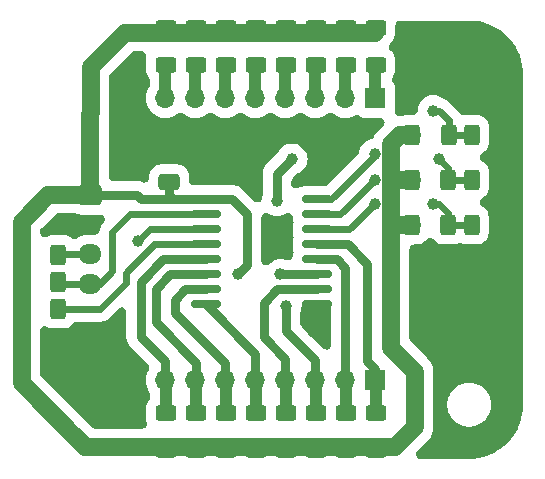
<source format=gbr>
%TF.GenerationSoftware,KiCad,Pcbnew,8.0.5*%
%TF.CreationDate,2025-03-06T11:43:34+02:00*%
%TF.ProjectId,IOExpander_PCF8574,494f4578-7061-46e6-9465-725f50434638,rev?*%
%TF.SameCoordinates,Original*%
%TF.FileFunction,Copper,L2,Bot*%
%TF.FilePolarity,Positive*%
%FSLAX46Y46*%
G04 Gerber Fmt 4.6, Leading zero omitted, Abs format (unit mm)*
G04 Created by KiCad (PCBNEW 8.0.5) date 2025-03-06 11:43:34*
%MOMM*%
%LPD*%
G01*
G04 APERTURE LIST*
G04 Aperture macros list*
%AMRoundRect*
0 Rectangle with rounded corners*
0 $1 Rounding radius*
0 $2 $3 $4 $5 $6 $7 $8 $9 X,Y pos of 4 corners*
0 Add a 4 corners polygon primitive as box body*
4,1,4,$2,$3,$4,$5,$6,$7,$8,$9,$2,$3,0*
0 Add four circle primitives for the rounded corners*
1,1,$1+$1,$2,$3*
1,1,$1+$1,$4,$5*
1,1,$1+$1,$6,$7*
1,1,$1+$1,$8,$9*
0 Add four rect primitives between the rounded corners*
20,1,$1+$1,$2,$3,$4,$5,0*
20,1,$1+$1,$4,$5,$6,$7,0*
20,1,$1+$1,$6,$7,$8,$9,0*
20,1,$1+$1,$8,$9,$2,$3,0*%
G04 Aperture macros list end*
%TA.AperFunction,SMDPad,CuDef*%
%ADD10RoundRect,0.250000X0.625000X-0.400000X0.625000X0.400000X-0.625000X0.400000X-0.625000X-0.400000X0*%
%TD*%
%TA.AperFunction,SMDPad,CuDef*%
%ADD11RoundRect,0.250000X-0.625000X0.400000X-0.625000X-0.400000X0.625000X-0.400000X0.625000X0.400000X0*%
%TD*%
%TA.AperFunction,ComponentPad*%
%ADD12RoundRect,0.250000X-0.725000X0.600000X-0.725000X-0.600000X0.725000X-0.600000X0.725000X0.600000X0*%
%TD*%
%TA.AperFunction,ComponentPad*%
%ADD13O,1.950000X1.700000*%
%TD*%
%TA.AperFunction,SMDPad,CuDef*%
%ADD14RoundRect,0.250000X-0.400000X-0.625000X0.400000X-0.625000X0.400000X0.625000X-0.400000X0.625000X0*%
%TD*%
%TA.AperFunction,ComponentPad*%
%ADD15R,1.700000X1.700000*%
%TD*%
%TA.AperFunction,ComponentPad*%
%ADD16O,1.700000X1.700000*%
%TD*%
%TA.AperFunction,SMDPad,CuDef*%
%ADD17RoundRect,0.250000X-0.650000X0.412500X-0.650000X-0.412500X0.650000X-0.412500X0.650000X0.412500X0*%
%TD*%
%TA.AperFunction,SMDPad,CuDef*%
%ADD18RoundRect,0.150000X1.100000X0.150000X-1.100000X0.150000X-1.100000X-0.150000X1.100000X-0.150000X0*%
%TD*%
%TA.AperFunction,ViaPad*%
%ADD19C,1.500000*%
%TD*%
%TA.AperFunction,ViaPad*%
%ADD20C,1.000000*%
%TD*%
%TA.AperFunction,Conductor*%
%ADD21C,1.500000*%
%TD*%
%TA.AperFunction,Conductor*%
%ADD22C,1.000000*%
%TD*%
%TA.AperFunction,Conductor*%
%ADD23C,0.800000*%
%TD*%
%TA.AperFunction,Conductor*%
%ADD24C,0.600000*%
%TD*%
G04 APERTURE END LIST*
D10*
%TO.P,R32,1*%
%TO.N,5V*%
X91135200Y-71146000D03*
%TO.P,R32,2*%
%TO.N,/P07*%
X91135200Y-68046000D03*
%TD*%
%TO.P,R31,1*%
%TO.N,5V*%
X93675200Y-71146000D03*
%TO.P,R31,2*%
%TO.N,/P06*%
X93675200Y-68046000D03*
%TD*%
%TO.P,R30,1*%
%TO.N,5V*%
X96215200Y-71146000D03*
%TO.P,R30,2*%
%TO.N,/P05*%
X96215200Y-68046000D03*
%TD*%
%TO.P,R29,1*%
%TO.N,5V*%
X98755200Y-71146000D03*
%TO.P,R29,2*%
%TO.N,/P04*%
X98755200Y-68046000D03*
%TD*%
%TO.P,R28,1*%
%TO.N,5V*%
X101295200Y-71146000D03*
%TO.P,R28,2*%
%TO.N,/P03*%
X101295200Y-68046000D03*
%TD*%
%TO.P,R27,1*%
%TO.N,5V*%
X103835200Y-71146000D03*
%TO.P,R27,2*%
%TO.N,/P02*%
X103835200Y-68046000D03*
%TD*%
%TO.P,R26,1*%
%TO.N,5V*%
X106375200Y-71146000D03*
%TO.P,R26,2*%
%TO.N,/P01*%
X106375200Y-68046000D03*
%TD*%
%TO.P,R25,1*%
%TO.N,5V*%
X108915200Y-71146000D03*
%TO.P,R25,2*%
%TO.N,/P00*%
X108915200Y-68046000D03*
%TD*%
D11*
%TO.P,R24,1*%
%TO.N,5V*%
X91135200Y-35432400D03*
%TO.P,R24,2*%
%TO.N,/P17*%
X91135200Y-38532400D03*
%TD*%
%TO.P,R23,1*%
%TO.N,5V*%
X93675200Y-35432400D03*
%TO.P,R23,2*%
%TO.N,/P16*%
X93675200Y-38532400D03*
%TD*%
%TO.P,R22,1*%
%TO.N,5V*%
X96215200Y-35432400D03*
%TO.P,R22,2*%
%TO.N,/P15*%
X96215200Y-38532400D03*
%TD*%
%TO.P,R21,1*%
%TO.N,5V*%
X98755200Y-35432400D03*
%TO.P,R21,2*%
%TO.N,/P14*%
X98755200Y-38532400D03*
%TD*%
%TO.P,R20,1*%
%TO.N,5V*%
X101295200Y-35432400D03*
%TO.P,R20,2*%
%TO.N,/P13*%
X101295200Y-38532400D03*
%TD*%
%TO.P,R19,1*%
%TO.N,5V*%
X103835200Y-35432400D03*
%TO.P,R19,2*%
%TO.N,/P12*%
X103835200Y-38532400D03*
%TD*%
%TO.P,R5,1*%
%TO.N,5V*%
X106375200Y-35432400D03*
%TO.P,R5,2*%
%TO.N,/P11*%
X106375200Y-38532400D03*
%TD*%
%TO.P,R4,1*%
%TO.N,5V*%
X108915200Y-35432400D03*
%TO.P,R4,2*%
%TO.N,/P10*%
X108915200Y-38532400D03*
%TD*%
D12*
%TO.P,J1,1,Pin_1*%
%TO.N,5V*%
X84774000Y-49561200D03*
D13*
%TO.P,J1,2,Pin_2*%
%TO.N,GND*%
X84774000Y-52061200D03*
%TO.P,J1,3,Pin_3*%
%TO.N,/SCL*%
X84774000Y-54561200D03*
%TO.P,J1,4,Pin_4*%
%TO.N,/SDA*%
X84774000Y-57061200D03*
%TD*%
D14*
%TO.P,R1,1*%
%TO.N,5V*%
X78968000Y-54610000D03*
%TO.P,R1,2*%
%TO.N,/SCL*%
X82068000Y-54610000D03*
%TD*%
%TO.P,R7,1*%
%TO.N,5V*%
X111988000Y-48260000D03*
%TO.P,R7,2*%
%TO.N,/1_A1*%
X115088000Y-48260000D03*
%TD*%
%TO.P,R10,1*%
%TO.N,/1_A2*%
X117042000Y-52070000D03*
%TO.P,R10,2*%
%TO.N,GND*%
X120142000Y-52070000D03*
%TD*%
D15*
%TO.P,J2,1,Pin_1*%
%TO.N,/P00*%
X108904000Y-65240000D03*
D16*
%TO.P,J2,2,Pin_2*%
%TO.N,/P01*%
X106364000Y-65240000D03*
%TO.P,J2,3,Pin_3*%
%TO.N,/P02*%
X103824000Y-65240000D03*
%TO.P,J2,4,Pin_4*%
%TO.N,/P03*%
X101284000Y-65240000D03*
%TO.P,J2,5,Pin_5*%
%TO.N,/P04*%
X98744000Y-65240000D03*
%TO.P,J2,6,Pin_6*%
%TO.N,/P05*%
X96204000Y-65240000D03*
%TO.P,J2,7,Pin_7*%
%TO.N,/P06*%
X93664000Y-65240000D03*
%TO.P,J2,8,Pin_8*%
%TO.N,/P07*%
X91124000Y-65240000D03*
%TD*%
D14*
%TO.P,R3,1*%
%TO.N,5V*%
X78968000Y-59182000D03*
%TO.P,R3,2*%
%TO.N,Net-(U1-~{INT})*%
X82068000Y-59182000D03*
%TD*%
%TO.P,R9,1*%
%TO.N,5V*%
X111988000Y-52070000D03*
%TO.P,R9,2*%
%TO.N,/1_A2*%
X115088000Y-52070000D03*
%TD*%
D17*
%TO.P,C1,1*%
%TO.N,GND*%
X91440000Y-45300500D03*
%TO.P,C1,2*%
%TO.N,5V*%
X91440000Y-48425500D03*
%TD*%
D15*
%TO.P,J3,1,Pin_1*%
%TO.N,/P10*%
X108904000Y-41364000D03*
D16*
%TO.P,J3,2,Pin_2*%
%TO.N,/P11*%
X106364000Y-41364000D03*
%TO.P,J3,3,Pin_3*%
%TO.N,/P12*%
X103824000Y-41364000D03*
%TO.P,J3,4,Pin_4*%
%TO.N,/P13*%
X101284000Y-41364000D03*
%TO.P,J3,5,Pin_5*%
%TO.N,/P14*%
X98744000Y-41364000D03*
%TO.P,J3,6,Pin_6*%
%TO.N,/P15*%
X96204000Y-41364000D03*
%TO.P,J3,7,Pin_7*%
%TO.N,/P16*%
X93664000Y-41364000D03*
%TO.P,J3,8,Pin_8*%
%TO.N,/P17*%
X91124000Y-41364000D03*
%TD*%
D14*
%TO.P,R8,1*%
%TO.N,5V*%
X112014000Y-44450000D03*
%TO.P,R8,2*%
%TO.N,/1_A0*%
X115114000Y-44450000D03*
%TD*%
%TO.P,R11,1*%
%TO.N,/1_A1*%
X117068000Y-48260000D03*
%TO.P,R11,2*%
%TO.N,GND*%
X120168000Y-48260000D03*
%TD*%
%TO.P,R2,1*%
%TO.N,5V*%
X78968000Y-56896000D03*
%TO.P,R2,2*%
%TO.N,/SDA*%
X82068000Y-56896000D03*
%TD*%
D18*
%TO.P,U1,1,A0*%
%TO.N,/1_A0*%
X103948100Y-49936400D03*
%TO.P,U1,2,A1*%
%TO.N,/1_A1*%
X103948100Y-51206400D03*
%TO.P,U1,3,A2*%
%TO.N,/1_A2*%
X103948100Y-52476400D03*
%TO.P,U1,4,P0*%
%TO.N,/P00*%
X103948100Y-53746400D03*
%TO.P,U1,5,P1*%
%TO.N,/P01*%
X103948100Y-55016400D03*
%TO.P,U1,6,P2*%
%TO.N,/P02*%
X103948100Y-56286400D03*
%TO.P,U1,7,P3*%
%TO.N,/P03*%
X103948100Y-57556400D03*
%TO.P,U1,8,VSS*%
%TO.N,GND*%
X103948100Y-58826400D03*
%TO.P,U1,9,P4*%
%TO.N,/P04*%
X94550100Y-58826400D03*
%TO.P,U1,10,P5*%
%TO.N,/P05*%
X94550100Y-57556400D03*
%TO.P,U1,11,P6*%
%TO.N,/P06*%
X94550100Y-56286400D03*
%TO.P,U1,12,P7*%
%TO.N,/P07*%
X94550100Y-55016400D03*
%TO.P,U1,13,~{INT}*%
%TO.N,Net-(U1-~{INT})*%
X94550100Y-53746400D03*
%TO.P,U1,14,SCL*%
%TO.N,/SCL*%
X94550100Y-52476400D03*
%TO.P,U1,15,SDA*%
%TO.N,/SDA*%
X94550100Y-51206400D03*
%TO.P,U1,16,VDD*%
%TO.N,5V*%
X94550100Y-49936400D03*
%TD*%
D14*
%TO.P,R12,1*%
%TO.N,/1_A0*%
X117068000Y-44450000D03*
%TO.P,R12,2*%
%TO.N,GND*%
X120168000Y-44450000D03*
%TD*%
D19*
%TO.N,GND*%
X87426800Y-42418000D03*
D20*
%TO.N,/P02*%
X101346000Y-58928000D03*
X100863400Y-56286400D03*
%TO.N,/P12*%
X101854000Y-46482000D03*
X100584000Y-50038000D03*
%TO.N,/SCL*%
X88773000Y-53467000D03*
%TO.N,5V*%
X110236000Y-62230000D03*
X110236000Y-58420000D03*
X110236000Y-54610000D03*
X97282000Y-56261000D03*
%TO.N,/1_A1*%
X108839000Y-48260000D03*
X114300000Y-46482000D03*
%TO.N,/1_A0*%
X108839000Y-46101000D03*
X113792000Y-42418000D03*
%TO.N,/1_A2*%
X113792000Y-50292000D03*
X108839000Y-50292000D03*
D19*
%TO.N,GND*%
X83439000Y-65151000D03*
X98552000Y-45593000D03*
X84582000Y-62738000D03*
X120142000Y-41910000D03*
X85725000Y-65151000D03*
X82296000Y-62738000D03*
X103886000Y-60960000D03*
X100584000Y-53086000D03*
X103886000Y-45720000D03*
%TD*%
D21*
%TO.N,5V*%
X84774000Y-49561200D02*
X81222800Y-49561200D01*
X78970000Y-51814000D02*
X81222800Y-49561200D01*
X78970000Y-65508000D02*
X78970000Y-51814000D01*
X84352000Y-70890000D02*
X78970000Y-65508000D01*
X86918800Y-70890000D02*
X84352000Y-70890000D01*
X86918800Y-70890000D02*
X110593000Y-70890000D01*
D22*
X106375200Y-35763200D02*
X106426000Y-35814000D01*
X106375200Y-35432400D02*
X106375200Y-35763200D01*
D21*
X106426000Y-35814000D02*
X108864400Y-35814000D01*
X87731600Y-35814000D02*
X106426000Y-35814000D01*
D22*
%TO.N,/P17*%
X91124000Y-38543600D02*
X91135200Y-38532400D01*
X91124000Y-41364000D02*
X91124000Y-38543600D01*
%TO.N,/P16*%
X93664000Y-38543600D02*
X93675200Y-38532400D01*
X93664000Y-41364000D02*
X93664000Y-38543600D01*
%TO.N,/P15*%
X96204000Y-38543600D02*
X96215200Y-38532400D01*
X96204000Y-41364000D02*
X96204000Y-38543600D01*
%TO.N,/P14*%
X98744000Y-38543600D02*
X98755200Y-38532400D01*
X98744000Y-41364000D02*
X98744000Y-38543600D01*
%TO.N,/P13*%
X101284000Y-38543600D02*
X101295200Y-38532400D01*
X101284000Y-41364000D02*
X101284000Y-38543600D01*
%TO.N,/P12*%
X103824000Y-38543600D02*
X103835200Y-38532400D01*
X103824000Y-41364000D02*
X103824000Y-38543600D01*
%TO.N,/P11*%
X106364000Y-38543600D02*
X106375200Y-38532400D01*
X106364000Y-41364000D02*
X106364000Y-38543600D01*
%TO.N,/P10*%
X108904000Y-38543600D02*
X108915200Y-38532400D01*
X108904000Y-41364000D02*
X108904000Y-38543600D01*
%TO.N,/P00*%
X108915200Y-66700400D02*
X108915200Y-65251200D01*
X108915200Y-68046000D02*
X108915200Y-66700400D01*
D21*
%TO.N,5V*%
X84785200Y-42655436D02*
X84785200Y-38760400D01*
X84785200Y-38760400D02*
X87731600Y-35814000D01*
X84774000Y-42666636D02*
X84785200Y-42655436D01*
X84774000Y-49561200D02*
X84774000Y-42666636D01*
%TO.N,GND*%
X87426800Y-44145200D02*
X87731600Y-44450000D01*
X87426800Y-42418000D02*
X87426800Y-44145200D01*
X91059000Y-44450000D02*
X87731600Y-44450000D01*
D22*
%TO.N,/P07*%
X91135200Y-65251200D02*
X91124000Y-65240000D01*
X91135200Y-68046000D02*
X91135200Y-65251200D01*
%TO.N,/P06*%
X93675200Y-65251200D02*
X93664000Y-65240000D01*
X93675200Y-68046000D02*
X93675200Y-65251200D01*
%TO.N,/P05*%
X96215200Y-68046000D02*
X96215200Y-65251200D01*
X96215200Y-65251200D02*
X96204000Y-65240000D01*
%TO.N,/P04*%
X98755200Y-65251200D02*
X98744000Y-65240000D01*
X98755200Y-68046000D02*
X98755200Y-65251200D01*
%TO.N,/P03*%
X101295200Y-65251200D02*
X101284000Y-65240000D01*
X101295200Y-68046000D02*
X101295200Y-65251200D01*
%TO.N,/P02*%
X103835200Y-65251200D02*
X103824000Y-65240000D01*
X103835200Y-68046000D02*
X103835200Y-65251200D01*
%TO.N,/P01*%
X106375200Y-65251200D02*
X106364000Y-65240000D01*
X106375200Y-68046000D02*
X106375200Y-65251200D01*
%TO.N,/P00*%
X108915200Y-65251200D02*
X108904000Y-65240000D01*
D21*
%TO.N,5V*%
X110236000Y-62484000D02*
X110236000Y-54610000D01*
X112268000Y-64516000D02*
X110236000Y-62484000D01*
X83439000Y-69977000D02*
X84352000Y-70890000D01*
X110593000Y-70890000D02*
X112268000Y-69215000D01*
X112268000Y-69215000D02*
X112268000Y-64516000D01*
D23*
%TO.N,/P07*%
X91124000Y-65240000D02*
X91059000Y-65175000D01*
X89027000Y-61595000D02*
X89027000Y-56896000D01*
X91059000Y-63627000D02*
X89027000Y-61595000D01*
X90906600Y-55016400D02*
X94550100Y-55016400D01*
X91059000Y-65175000D02*
X91059000Y-63627000D01*
X89027000Y-56896000D02*
X90906600Y-55016400D01*
%TO.N,/P05*%
X94550100Y-57556400D02*
X92811600Y-57556400D01*
X96204000Y-63819000D02*
X96204000Y-65240000D01*
X91948000Y-59563000D02*
X96204000Y-63819000D01*
X92811600Y-57556400D02*
X91948000Y-58420000D01*
X91948000Y-58420000D02*
X91948000Y-59563000D01*
%TO.N,/P02*%
X103824000Y-65240000D02*
X103824000Y-63565000D01*
X103948100Y-56286400D02*
X100863400Y-56286400D01*
X103824000Y-63565000D02*
X101346000Y-61087000D01*
X101346000Y-61087000D02*
X101346000Y-58928000D01*
%TO.N,/P04*%
X98744000Y-63020300D02*
X98744000Y-65240000D01*
X94550100Y-58826400D02*
X98744000Y-63020300D01*
%TO.N,/P06*%
X93664000Y-65240000D02*
X93726000Y-65178000D01*
X90297000Y-60325000D02*
X90297000Y-57531000D01*
X93726000Y-63754000D02*
X90297000Y-60325000D01*
X93726000Y-65178000D02*
X93726000Y-63754000D01*
X90297000Y-57531000D02*
X91541600Y-56286400D01*
X91541600Y-56286400D02*
X94550100Y-56286400D01*
%TO.N,/P00*%
X108204000Y-55397400D02*
X106553000Y-53746400D01*
X108904000Y-65240000D02*
X108904000Y-64327000D01*
X108204000Y-63627000D02*
X108204000Y-55397400D01*
X108904000Y-64327000D02*
X108204000Y-63627000D01*
X106553000Y-53746400D02*
X103948100Y-53746400D01*
%TO.N,/P03*%
X100558600Y-57556400D02*
X103948100Y-57556400D01*
X99441000Y-61595000D02*
X99441000Y-58674000D01*
X101284000Y-63438000D02*
X99441000Y-61595000D01*
X101284000Y-65240000D02*
X101284000Y-63438000D01*
X99441000Y-58674000D02*
X100558600Y-57556400D01*
%TO.N,/P01*%
X106364000Y-65240000D02*
X106364000Y-55716400D01*
X103948100Y-55016400D02*
X105664000Y-55016400D01*
X106364000Y-55716400D02*
X105664000Y-55016400D01*
%TO.N,/P12*%
X100584000Y-47752000D02*
X101854000Y-46482000D01*
X100584000Y-50038000D02*
X100584000Y-47752000D01*
D24*
%TO.N,/SCL*%
X81993200Y-54789200D02*
X82068000Y-54864000D01*
X92456000Y-52451000D02*
X92837000Y-52451000D01*
X88773000Y-53467000D02*
X89408000Y-52832000D01*
X84774000Y-54561200D02*
X85295200Y-54561200D01*
X89789000Y-52451000D02*
X92456000Y-52451000D01*
X82116800Y-54561200D02*
X82068000Y-54610000D01*
X89408000Y-52832000D02*
X89789000Y-52451000D01*
X84774000Y-54561200D02*
X82116800Y-54561200D01*
X92481400Y-52476400D02*
X94550100Y-52476400D01*
X92456000Y-52451000D02*
X92481400Y-52476400D01*
D23*
%TO.N,5V*%
X89027000Y-49911000D02*
X88677200Y-49561200D01*
D21*
X111988000Y-48260000D02*
X110236000Y-48260000D01*
X111988000Y-52070000D02*
X110236000Y-52070000D01*
D23*
X91440000Y-49911000D02*
X89027000Y-49911000D01*
X88677200Y-49561200D02*
X84774000Y-49561200D01*
D22*
X81222800Y-49561200D02*
X78968000Y-51816000D01*
D21*
X110998000Y-44450000D02*
X110236000Y-45212000D01*
D23*
X98044000Y-55499000D02*
X98044000Y-51181000D01*
X96799400Y-49936400D02*
X94550100Y-49936400D01*
X91440000Y-48425500D02*
X91440000Y-49530000D01*
D22*
X78968000Y-56896000D02*
X78968000Y-59182000D01*
D23*
X97282000Y-56261000D02*
X98044000Y-55499000D01*
X93599000Y-49911000D02*
X93218000Y-49911000D01*
D22*
X78968000Y-51816000D02*
X78968000Y-54610000D01*
D23*
X91440000Y-49530000D02*
X91821000Y-49911000D01*
D21*
X78968000Y-59182000D02*
X78968000Y-63728000D01*
D23*
X96187000Y-49911000D02*
X93599000Y-49911000D01*
D21*
X112014000Y-44450000D02*
X110998000Y-44450000D01*
X110236000Y-45212000D02*
X110236000Y-48260000D01*
X110236000Y-52070000D02*
X110236000Y-48260000D01*
D23*
X98044000Y-51181000D02*
X96799400Y-49936400D01*
D22*
X78968000Y-54610000D02*
X78968000Y-56896000D01*
D23*
X93218000Y-49911000D02*
X91821000Y-49911000D01*
X91821000Y-49911000D02*
X91440000Y-49911000D01*
D21*
X110236000Y-54610000D02*
X110236000Y-52070000D01*
D24*
%TO.N,/SDA*%
X88112600Y-51206400D02*
X94550100Y-51206400D01*
X82233200Y-57061200D02*
X82068000Y-56896000D01*
X86614000Y-56007000D02*
X86614000Y-52705000D01*
X86614000Y-52705000D02*
X88112600Y-51206400D01*
X84774000Y-57061200D02*
X85559800Y-57061200D01*
X84774000Y-57061200D02*
X82233200Y-57061200D01*
X85559800Y-57061200D02*
X86614000Y-56007000D01*
%TO.N,Net-(U1-~{INT})*%
X87757000Y-57023000D02*
X87757000Y-56159400D01*
X82068000Y-59182000D02*
X85598000Y-59182000D01*
X90170000Y-53746400D02*
X94550100Y-53746400D01*
X87757000Y-56159400D02*
X90170000Y-53746400D01*
X85598000Y-59182000D02*
X87757000Y-57023000D01*
%TO.N,/1_A1*%
X115088000Y-48260000D02*
X115088000Y-47270000D01*
X117068000Y-48260000D02*
X115088000Y-48260000D01*
X103948100Y-51206400D02*
X105892600Y-51206400D01*
X105892600Y-51206400D02*
X108839000Y-48260000D01*
X115088000Y-47270000D02*
X114300000Y-46482000D01*
%TO.N,/1_A0*%
X103948100Y-49936400D02*
X105003600Y-49936400D01*
X115114000Y-43232000D02*
X114300000Y-42418000D01*
X105003600Y-49936400D02*
X105029000Y-49911000D01*
X114300000Y-42418000D02*
X113792000Y-42418000D01*
X108839000Y-46228000D02*
X108839000Y-46101000D01*
X115114000Y-44450000D02*
X115114000Y-43232000D01*
X103948100Y-49936400D02*
X105130600Y-49936400D01*
X117068000Y-44450000D02*
X115114000Y-44450000D01*
X105130600Y-49936400D02*
X108839000Y-46228000D01*
%TO.N,/1_A2*%
X103948100Y-52476400D02*
X106654600Y-52476400D01*
X114300000Y-50292000D02*
X113792000Y-50292000D01*
X115088000Y-51080000D02*
X114300000Y-50292000D01*
X117042000Y-52070000D02*
X115088000Y-52070000D01*
X106654600Y-52476400D02*
X108839000Y-50292000D01*
X115088000Y-52070000D02*
X115088000Y-51080000D01*
D21*
%TO.N,GND*%
X120142000Y-41910000D02*
X120142000Y-45440000D01*
D23*
X103886000Y-58888500D02*
X103948100Y-58826400D01*
X93599000Y-44704000D02*
X93345000Y-44450000D01*
X103886000Y-60960000D02*
X103886000Y-58888500D01*
X91440000Y-44831000D02*
X91059000Y-44450000D01*
X91440000Y-45300500D02*
X91440000Y-44831000D01*
D21*
X103886000Y-45720000D02*
X102616000Y-44450000D01*
X102362000Y-44450000D02*
X101092000Y-44450000D01*
X120168000Y-52044000D02*
X120142000Y-52070000D01*
X120168000Y-44450000D02*
X120168000Y-45466000D01*
D22*
X98552000Y-45593000D02*
X98552000Y-44450000D01*
D21*
X120168000Y-48260000D02*
X120168000Y-52044000D01*
X101092000Y-44450000D02*
X98552000Y-44450000D01*
X98552000Y-44450000D02*
X93345000Y-44450000D01*
D22*
X102362000Y-44450000D02*
X102616000Y-44450000D01*
D21*
X120142000Y-45440000D02*
X120168000Y-45466000D01*
X120168000Y-45466000D02*
X120168000Y-48260000D01*
X102616000Y-44450000D02*
X101092000Y-44450000D01*
X93345000Y-44450000D02*
X91059000Y-44450000D01*
%TD*%
%TA.AperFunction,Conductor*%
%TO.N,GND*%
G36*
X116848703Y-34790879D02*
G01*
X117221733Y-34807166D01*
X117256399Y-34810199D01*
X117617950Y-34857799D01*
X117652222Y-34863841D01*
X118008257Y-34942773D01*
X118041867Y-34951778D01*
X118389681Y-35061444D01*
X118422366Y-35073340D01*
X118759300Y-35212902D01*
X118790808Y-35227594D01*
X119114313Y-35396001D01*
X119144432Y-35413390D01*
X119452001Y-35609333D01*
X119480513Y-35629298D01*
X119769821Y-35851291D01*
X119796486Y-35873665D01*
X120065351Y-36120034D01*
X120089965Y-36144648D01*
X120336334Y-36413513D01*
X120358708Y-36440178D01*
X120580701Y-36729486D01*
X120600666Y-36757998D01*
X120796601Y-37065554D01*
X120814002Y-37095693D01*
X120982400Y-37419182D01*
X120997101Y-37450709D01*
X121112142Y-37728444D01*
X121136654Y-37787621D01*
X121148559Y-37820329D01*
X121258218Y-38168123D01*
X121267227Y-38201746D01*
X121346157Y-38557776D01*
X121352201Y-38592055D01*
X121399799Y-38953595D01*
X121402833Y-38988270D01*
X121419120Y-39361295D01*
X121419500Y-39378700D01*
X121419500Y-67301299D01*
X121419120Y-67318704D01*
X121402833Y-67691729D01*
X121399799Y-67726404D01*
X121352201Y-68087944D01*
X121346157Y-68122223D01*
X121267227Y-68478253D01*
X121258218Y-68511876D01*
X121148559Y-68859670D01*
X121136654Y-68892378D01*
X120997104Y-69229284D01*
X120982396Y-69260826D01*
X120941441Y-69339500D01*
X120814005Y-69584301D01*
X120796601Y-69614445D01*
X120600666Y-69922001D01*
X120580701Y-69950513D01*
X120358708Y-70239821D01*
X120336334Y-70266486D01*
X120089965Y-70535351D01*
X120065351Y-70559965D01*
X119796486Y-70806334D01*
X119769821Y-70828708D01*
X119480513Y-71050701D01*
X119452001Y-71070666D01*
X119144445Y-71266601D01*
X119114301Y-71284005D01*
X119098770Y-71292090D01*
X118790826Y-71452396D01*
X118759284Y-71467104D01*
X118422378Y-71606654D01*
X118389670Y-71618559D01*
X118041876Y-71728218D01*
X118008253Y-71737227D01*
X117652223Y-71816157D01*
X117617944Y-71822201D01*
X117256404Y-71869799D01*
X117221729Y-71872833D01*
X116877125Y-71887879D01*
X116848702Y-71889120D01*
X116831300Y-71889500D01*
X112749510Y-71889500D01*
X112626212Y-71869972D01*
X112514984Y-71813298D01*
X112426712Y-71725026D01*
X112370038Y-71613798D01*
X112350510Y-71490500D01*
X112370038Y-71367202D01*
X112426712Y-71255974D01*
X112467374Y-71208365D01*
X113140387Y-70535351D01*
X113450655Y-70225083D01*
X113594106Y-70027639D01*
X113704904Y-69810185D01*
X113780321Y-69578076D01*
X113818500Y-69337027D01*
X113818500Y-69092973D01*
X113818500Y-67188712D01*
X114989500Y-67188712D01*
X114989500Y-67431288D01*
X114990656Y-67440066D01*
X115021161Y-67671789D01*
X115021162Y-67671791D01*
X115083943Y-67906093D01*
X115083946Y-67906100D01*
X115176776Y-68130212D01*
X115176777Y-68130215D01*
X115176779Y-68130218D01*
X115298064Y-68340290D01*
X115429727Y-68511876D01*
X115445735Y-68532738D01*
X115617262Y-68704265D01*
X115617266Y-68704268D01*
X115617267Y-68704269D01*
X115809709Y-68851935D01*
X115976681Y-68948336D01*
X116019788Y-68973224D01*
X116243900Y-69066054D01*
X116243903Y-69066054D01*
X116243906Y-69066056D01*
X116344362Y-69092973D01*
X116478208Y-69128837D01*
X116478210Y-69128838D01*
X116518294Y-69134115D01*
X116718712Y-69160500D01*
X116718717Y-69160500D01*
X116961283Y-69160500D01*
X116961288Y-69160500D01*
X117201789Y-69128838D01*
X117386583Y-69079321D01*
X117436093Y-69066056D01*
X117436093Y-69066055D01*
X117436100Y-69066054D01*
X117660212Y-68973224D01*
X117870289Y-68851936D01*
X118062738Y-68704265D01*
X118234265Y-68532738D01*
X118381936Y-68340289D01*
X118503224Y-68130212D01*
X118596054Y-67906100D01*
X118658838Y-67671789D01*
X118690500Y-67431288D01*
X118690500Y-67188712D01*
X118658838Y-66948211D01*
X118617442Y-66793719D01*
X118596056Y-66713906D01*
X118578044Y-66670421D01*
X118503224Y-66489788D01*
X118381936Y-66279711D01*
X118381935Y-66279709D01*
X118234269Y-66087267D01*
X118234268Y-66087266D01*
X118234265Y-66087262D01*
X118062738Y-65915735D01*
X118062733Y-65915731D01*
X118062732Y-65915730D01*
X117870290Y-65768064D01*
X117660218Y-65646779D01*
X117660215Y-65646777D01*
X117660212Y-65646776D01*
X117436100Y-65553946D01*
X117436093Y-65553943D01*
X117201791Y-65491162D01*
X117201789Y-65491161D01*
X117056753Y-65472067D01*
X116961288Y-65459500D01*
X116718712Y-65459500D01*
X116630268Y-65471143D01*
X116478210Y-65491161D01*
X116478208Y-65491162D01*
X116243906Y-65553943D01*
X116019781Y-65646779D01*
X115809709Y-65768064D01*
X115617267Y-65915730D01*
X115445730Y-66087267D01*
X115298064Y-66279709D01*
X115176779Y-66489781D01*
X115083943Y-66713906D01*
X115021162Y-66948208D01*
X115021161Y-66948210D01*
X115001143Y-67100268D01*
X114989500Y-67188712D01*
X113818500Y-67188712D01*
X113818500Y-64393973D01*
X113780321Y-64152924D01*
X113704904Y-63920815D01*
X113594106Y-63703361D01*
X113594104Y-63703358D01*
X113594103Y-63703356D01*
X113450664Y-63505928D01*
X113450654Y-63505916D01*
X113278083Y-63333344D01*
X113278083Y-63333345D01*
X111903364Y-61958626D01*
X111829988Y-61857632D01*
X111791412Y-61738907D01*
X111786500Y-61676490D01*
X111786500Y-54144500D01*
X111806028Y-54021202D01*
X111862702Y-53909974D01*
X111950974Y-53821702D01*
X112062202Y-53765028D01*
X112185500Y-53745500D01*
X112439603Y-53745500D01*
X112439608Y-53745500D01*
X112593934Y-53730300D01*
X112791954Y-53670232D01*
X112974450Y-53572685D01*
X113134410Y-53441410D01*
X113229568Y-53325459D01*
X113322882Y-53242536D01*
X113437254Y-53192508D01*
X113561487Y-53180272D01*
X113683422Y-53207025D01*
X113791121Y-53270148D01*
X113846432Y-53325459D01*
X113941582Y-53441401D01*
X113941585Y-53441404D01*
X113941590Y-53441410D01*
X114101550Y-53572685D01*
X114284046Y-53670232D01*
X114482066Y-53730300D01*
X114636392Y-53745500D01*
X114636397Y-53745500D01*
X115539603Y-53745500D01*
X115539608Y-53745500D01*
X115693934Y-53730300D01*
X115891954Y-53670232D01*
X115891960Y-53670229D01*
X115910063Y-53662731D01*
X115911528Y-53666268D01*
X115994854Y-53637372D01*
X116119665Y-53634920D01*
X116218978Y-53665045D01*
X116219937Y-53662731D01*
X116238039Y-53670229D01*
X116238042Y-53670229D01*
X116238046Y-53670232D01*
X116436066Y-53730300D01*
X116590392Y-53745500D01*
X116590397Y-53745500D01*
X117493603Y-53745500D01*
X117493608Y-53745500D01*
X117647934Y-53730300D01*
X117845954Y-53670232D01*
X118028450Y-53572685D01*
X118188410Y-53441410D01*
X118319685Y-53281450D01*
X118417232Y-53098954D01*
X118477300Y-52900934D01*
X118492500Y-52746608D01*
X118492500Y-51393392D01*
X118477300Y-51239066D01*
X118417232Y-51041046D01*
X118319685Y-50858550D01*
X118188410Y-50698590D01*
X118028450Y-50567315D01*
X117947101Y-50523833D01*
X117847570Y-50448489D01*
X117776192Y-50346074D01*
X117739955Y-50226614D01*
X117742406Y-50101804D01*
X117783306Y-49983859D01*
X117858651Y-49884326D01*
X117947100Y-49820065D01*
X118054450Y-49762685D01*
X118214410Y-49631410D01*
X118345685Y-49471450D01*
X118443232Y-49288954D01*
X118503300Y-49090934D01*
X118518500Y-48936608D01*
X118518500Y-47583392D01*
X118503300Y-47429066D01*
X118443232Y-47231046D01*
X118345685Y-47048550D01*
X118214410Y-46888590D01*
X118054450Y-46757315D01*
X118054449Y-46757314D01*
X118022181Y-46740067D01*
X117960100Y-46706883D01*
X117860572Y-46631542D01*
X117789193Y-46529127D01*
X117752955Y-46409668D01*
X117755406Y-46284858D01*
X117796305Y-46166913D01*
X117871650Y-46067380D01*
X117960100Y-46003116D01*
X118054450Y-45952685D01*
X118214410Y-45821410D01*
X118345685Y-45661450D01*
X118443232Y-45478954D01*
X118503300Y-45280934D01*
X118518500Y-45126608D01*
X118518500Y-43773392D01*
X118503300Y-43619066D01*
X118443232Y-43421046D01*
X118345685Y-43238550D01*
X118214410Y-43078590D01*
X118054450Y-42947315D01*
X118054446Y-42947313D01*
X118054445Y-42947312D01*
X117964995Y-42899500D01*
X117871954Y-42849768D01*
X117673934Y-42789700D01*
X117519608Y-42774500D01*
X116616392Y-42774500D01*
X116462066Y-42789700D01*
X116462064Y-42789700D01*
X116462058Y-42789701D01*
X116442842Y-42793524D01*
X116442035Y-42789470D01*
X116356154Y-42801201D01*
X116233301Y-42779047D01*
X116123307Y-42720013D01*
X116041869Y-42636819D01*
X115953414Y-42515072D01*
X115016927Y-41578585D01*
X114876789Y-41476768D01*
X114722445Y-41398127D01*
X114722443Y-41398126D01*
X114555961Y-41344032D01*
X114459842Y-41296109D01*
X114459823Y-41296144D01*
X114459259Y-41295818D01*
X114450411Y-41291407D01*
X114444737Y-41287434D01*
X114444735Y-41287433D01*
X114444736Y-41287433D01*
X114444734Y-41287432D01*
X114238496Y-41191261D01*
X114238494Y-41191260D01*
X114018696Y-41132366D01*
X114018694Y-41132365D01*
X114018692Y-41132365D01*
X113792000Y-41112532D01*
X113565308Y-41132365D01*
X113565303Y-41132366D01*
X113345503Y-41191260D01*
X113139268Y-41287430D01*
X113139263Y-41287433D01*
X112952865Y-41417949D01*
X112791949Y-41578865D01*
X112661433Y-41765263D01*
X112661430Y-41765268D01*
X112565260Y-41971503D01*
X112506366Y-42191303D01*
X112506365Y-42191308D01*
X112488756Y-42392586D01*
X112487208Y-42410276D01*
X112457007Y-42531403D01*
X112390854Y-42637268D01*
X112295225Y-42717510D01*
X112179481Y-42764274D01*
X112089726Y-42774500D01*
X111562392Y-42774500D01*
X111408065Y-42789700D01*
X111317561Y-42817154D01*
X111215298Y-42848175D01*
X111210043Y-42849769D01*
X111205146Y-42852387D01*
X111196407Y-42855417D01*
X111191937Y-42857269D01*
X111191827Y-42857005D01*
X111087201Y-42893287D01*
X111017060Y-42899500D01*
X110924151Y-42899500D01*
X110800853Y-42879972D01*
X110689625Y-42823298D01*
X110601353Y-42735026D01*
X110544679Y-42623798D01*
X110525151Y-42500500D01*
X110535154Y-42411717D01*
X110539364Y-42393265D01*
X110539368Y-42393255D01*
X110554500Y-42258954D01*
X110554500Y-40469046D01*
X110539368Y-40334745D01*
X110479789Y-40164478D01*
X110383816Y-40011738D01*
X110383814Y-40011736D01*
X110376054Y-39999386D01*
X110326991Y-39884597D01*
X110315801Y-39760265D01*
X110343579Y-39638560D01*
X110405470Y-39533978D01*
X110417879Y-39518857D01*
X110417885Y-39518850D01*
X110515432Y-39336354D01*
X110575500Y-39138334D01*
X110590700Y-38984008D01*
X110590700Y-38080792D01*
X110575500Y-37926466D01*
X110515432Y-37728446D01*
X110417885Y-37545950D01*
X110286610Y-37385990D01*
X110260424Y-37364500D01*
X110171560Y-37291571D01*
X110088638Y-37198256D01*
X110038611Y-37083884D01*
X110026375Y-36959651D01*
X110053128Y-36837716D01*
X110101876Y-36748626D01*
X110104549Y-36744947D01*
X110174227Y-36671038D01*
X110286610Y-36578810D01*
X110417885Y-36418850D01*
X110515432Y-36236354D01*
X110575500Y-36038334D01*
X110590700Y-35884008D01*
X110590700Y-35189500D01*
X110610228Y-35066202D01*
X110666902Y-34954974D01*
X110755174Y-34866702D01*
X110866402Y-34810028D01*
X110989700Y-34790500D01*
X116774108Y-34790500D01*
X116831300Y-34790500D01*
X116848703Y-34790879D01*
G37*
%TD.AperFunction*%
%TA.AperFunction,Conductor*%
G36*
X87608642Y-59117602D02*
G01*
X87709636Y-59190978D01*
X87783012Y-59291972D01*
X87821588Y-59410697D01*
X87826500Y-59473114D01*
X87826500Y-61500519D01*
X87826500Y-61689481D01*
X87850619Y-61841762D01*
X87856061Y-61876123D01*
X87914452Y-62055830D01*
X88000241Y-62224201D01*
X88103818Y-62366762D01*
X88111310Y-62377074D01*
X88954666Y-63220430D01*
X89644434Y-63910198D01*
X89717810Y-64011192D01*
X89756386Y-64129917D01*
X89756386Y-64254751D01*
X89717810Y-64373476D01*
X89702504Y-64400807D01*
X89648846Y-64488370D01*
X89549426Y-64728390D01*
X89488778Y-64981008D01*
X89468396Y-65239999D01*
X89468396Y-65240000D01*
X89488778Y-65498991D01*
X89549426Y-65751609D01*
X89648845Y-65991627D01*
X89648846Y-65991628D01*
X89775905Y-66198972D01*
X89823675Y-66314297D01*
X89834700Y-66407443D01*
X89834700Y-66670421D01*
X89815172Y-66793719D01*
X89758498Y-66904947D01*
X89744132Y-66923543D01*
X89632518Y-67059545D01*
X89632512Y-67059554D01*
X89534969Y-67242044D01*
X89477563Y-67431288D01*
X89474900Y-67440066D01*
X89459700Y-67594392D01*
X89459700Y-68497608D01*
X89474900Y-68651934D01*
X89527059Y-68823881D01*
X89527301Y-68824679D01*
X89544404Y-68948336D01*
X89522458Y-69071227D01*
X89463611Y-69181321D01*
X89373623Y-69267841D01*
X89261302Y-69322320D01*
X89145481Y-69339500D01*
X85159510Y-69339500D01*
X85036212Y-69319972D01*
X84924984Y-69263298D01*
X84877374Y-69222636D01*
X80637364Y-64982626D01*
X80563988Y-64881632D01*
X80525412Y-64762907D01*
X80520500Y-64700490D01*
X80520500Y-61050488D01*
X80540028Y-60927190D01*
X80596702Y-60815962D01*
X80684974Y-60727690D01*
X80796202Y-60671016D01*
X80919500Y-60651488D01*
X81042798Y-60671016D01*
X81107586Y-60698601D01*
X81264046Y-60782232D01*
X81462066Y-60842300D01*
X81616392Y-60857500D01*
X81616397Y-60857500D01*
X82519603Y-60857500D01*
X82519608Y-60857500D01*
X82673934Y-60842300D01*
X82871954Y-60782232D01*
X83054450Y-60684685D01*
X83214410Y-60553410D01*
X83317021Y-60428376D01*
X83410335Y-60345456D01*
X83524706Y-60295428D01*
X83625452Y-60282500D01*
X85684608Y-60282500D01*
X85684611Y-60282500D01*
X85855701Y-60255402D01*
X86020445Y-60201873D01*
X86174788Y-60123232D01*
X86314928Y-60021414D01*
X87145364Y-59190978D01*
X87246358Y-59117602D01*
X87365083Y-59079026D01*
X87489917Y-59079026D01*
X87608642Y-59117602D01*
G37*
%TD.AperFunction*%
%TA.AperFunction,Conductor*%
G36*
X104887798Y-58676428D02*
G01*
X104999026Y-58733102D01*
X105087298Y-58821374D01*
X105143972Y-58932602D01*
X105163500Y-59055900D01*
X105163500Y-62243464D01*
X105143972Y-62366762D01*
X105087298Y-62477990D01*
X104999026Y-62566262D01*
X104887798Y-62622936D01*
X104764500Y-62642464D01*
X104641202Y-62622936D01*
X104529974Y-62566262D01*
X104482364Y-62525600D01*
X102663364Y-60706600D01*
X102589988Y-60605606D01*
X102551412Y-60486881D01*
X102546500Y-60424464D01*
X102546500Y-59516942D01*
X102566028Y-59393644D01*
X102570564Y-59380472D01*
X102572739Y-59374495D01*
X102631635Y-59154692D01*
X102634572Y-59121120D01*
X102664772Y-58999998D01*
X102730924Y-58894133D01*
X102826553Y-58813890D01*
X102942297Y-58767126D01*
X103032053Y-58756900D01*
X104042578Y-58756900D01*
X104042581Y-58756900D01*
X104229218Y-58727340D01*
X104385905Y-58676429D01*
X104509202Y-58656900D01*
X104764500Y-58656900D01*
X104887798Y-58676428D01*
G37*
%TD.AperFunction*%
%TA.AperFunction,Conductor*%
G36*
X99766798Y-51074689D02*
G01*
X99872355Y-51127318D01*
X99931266Y-51168568D01*
X99931267Y-51168568D01*
X99931268Y-51168569D01*
X100137503Y-51264739D01*
X100200953Y-51281740D01*
X100357308Y-51323635D01*
X100584000Y-51343468D01*
X100810692Y-51323635D01*
X101030496Y-51264739D01*
X101236734Y-51168568D01*
X101273349Y-51142929D01*
X101385545Y-51088208D01*
X101509165Y-51070834D01*
X101632103Y-51092511D01*
X101742326Y-51151116D01*
X101829044Y-51240915D01*
X101883768Y-51353115D01*
X101899635Y-51434439D01*
X101907681Y-51524939D01*
X101907684Y-51524956D01*
X101966429Y-51730261D01*
X101962527Y-51731377D01*
X101981518Y-51815296D01*
X101970098Y-51939607D01*
X101965941Y-51952399D01*
X101966429Y-51952539D01*
X101907684Y-52157843D01*
X101907681Y-52157860D01*
X101897600Y-52271250D01*
X101897600Y-52681549D01*
X101907681Y-52794939D01*
X101907684Y-52794956D01*
X101966429Y-53000261D01*
X101962527Y-53001377D01*
X101981518Y-53085296D01*
X101970098Y-53209607D01*
X101965941Y-53222399D01*
X101966429Y-53222539D01*
X101907684Y-53427843D01*
X101907681Y-53427860D01*
X101897600Y-53541250D01*
X101897600Y-53951549D01*
X101907681Y-54064939D01*
X101907684Y-54064956D01*
X101966429Y-54270261D01*
X101962527Y-54271377D01*
X101981518Y-54355296D01*
X101970098Y-54479607D01*
X101965941Y-54492399D01*
X101966429Y-54492539D01*
X101907684Y-54697843D01*
X101907681Y-54697859D01*
X101905514Y-54722235D01*
X101875143Y-54843319D01*
X101808842Y-54949092D01*
X101713100Y-55029199D01*
X101597289Y-55075800D01*
X101508082Y-55085900D01*
X101452342Y-55085900D01*
X101329044Y-55066372D01*
X101315872Y-55061836D01*
X101309895Y-55059660D01*
X101090096Y-55000766D01*
X101090094Y-55000765D01*
X101090092Y-55000765D01*
X100863400Y-54980932D01*
X100636708Y-55000765D01*
X100636703Y-55000766D01*
X100416903Y-55059660D01*
X100210668Y-55155830D01*
X100210663Y-55155833D01*
X100024265Y-55286349D01*
X100024262Y-55286352D01*
X100024261Y-55286353D01*
X99925632Y-55384981D01*
X99824642Y-55458355D01*
X99705917Y-55496931D01*
X99581083Y-55496931D01*
X99462358Y-55458355D01*
X99361364Y-55384979D01*
X99287988Y-55283985D01*
X99249412Y-55165260D01*
X99244500Y-55102843D01*
X99244500Y-51454161D01*
X99264028Y-51330863D01*
X99320702Y-51219635D01*
X99408974Y-51131363D01*
X99520202Y-51074689D01*
X99643500Y-51055161D01*
X99766798Y-51074689D01*
G37*
%TD.AperFunction*%
%TA.AperFunction,Conductor*%
G36*
X83626282Y-51130754D02*
G01*
X83626287Y-51130741D01*
X83626387Y-51130771D01*
X83629270Y-51131228D01*
X83635641Y-51133578D01*
X83645041Y-51136429D01*
X83645046Y-51136432D01*
X83843066Y-51196500D01*
X83997392Y-51211700D01*
X83997397Y-51211700D01*
X85550603Y-51211700D01*
X85550608Y-51211700D01*
X85550612Y-51211699D01*
X85560397Y-51211219D01*
X85560450Y-51212304D01*
X85675063Y-51219051D01*
X85791316Y-51264538D01*
X85887823Y-51343722D01*
X85955137Y-51448853D01*
X85986670Y-51569639D01*
X85979334Y-51694258D01*
X85933847Y-51810511D01*
X85871732Y-51890924D01*
X85774588Y-51988068D01*
X85672768Y-52128210D01*
X85594127Y-52282554D01*
X85594124Y-52282563D01*
X85540598Y-52447296D01*
X85540597Y-52447298D01*
X85518893Y-52584335D01*
X85480317Y-52703059D01*
X85406941Y-52804053D01*
X85305947Y-52877428D01*
X85187222Y-52916004D01*
X85062397Y-52916005D01*
X85028899Y-52910700D01*
X85028897Y-52910700D01*
X84519103Y-52910700D01*
X84368833Y-52934500D01*
X84262505Y-52951340D01*
X84015427Y-53031621D01*
X84015424Y-53031622D01*
X83783950Y-53149565D01*
X83673688Y-53229675D01*
X83562460Y-53286348D01*
X83439162Y-53305876D01*
X83315864Y-53286347D01*
X83204636Y-53229673D01*
X83186041Y-53215308D01*
X83054454Y-53107318D01*
X83054445Y-53107312D01*
X82979087Y-53067032D01*
X82871954Y-53009768D01*
X82673934Y-52949700D01*
X82519608Y-52934500D01*
X81616392Y-52934500D01*
X81462065Y-52949700D01*
X81264043Y-53009769D01*
X81107588Y-53093397D01*
X80989643Y-53134297D01*
X80864833Y-53136748D01*
X80745373Y-53100511D01*
X80642959Y-53029132D01*
X80567614Y-52929599D01*
X80526714Y-52811654D01*
X80520500Y-52741511D01*
X80520500Y-52621510D01*
X80540028Y-52498212D01*
X80596702Y-52386984D01*
X80637364Y-52339374D01*
X81748174Y-51228564D01*
X81849168Y-51155188D01*
X81967893Y-51116612D01*
X82030310Y-51111700D01*
X83505972Y-51111700D01*
X83626282Y-51130754D01*
G37*
%TD.AperFunction*%
%TA.AperFunction,Conductor*%
G36*
X89230680Y-37384028D02*
G01*
X89341908Y-37440702D01*
X89430180Y-37528974D01*
X89486854Y-37640202D01*
X89506382Y-37763500D01*
X89489201Y-37879318D01*
X89481068Y-37906129D01*
X89474900Y-37926464D01*
X89459700Y-38080792D01*
X89459700Y-38984008D01*
X89474900Y-39138334D01*
X89534968Y-39336354D01*
X89632515Y-39518850D01*
X89732935Y-39641212D01*
X89796054Y-39748906D01*
X89822808Y-39870840D01*
X89823500Y-39894330D01*
X89823500Y-40214832D01*
X89803972Y-40338130D01*
X89764706Y-40423304D01*
X89691435Y-40542871D01*
X89648845Y-40612373D01*
X89549426Y-40852390D01*
X89488778Y-41105008D01*
X89468396Y-41363999D01*
X89468396Y-41364000D01*
X89488778Y-41622991D01*
X89549426Y-41875609D01*
X89648846Y-42115629D01*
X89784582Y-42337132D01*
X89784588Y-42337140D01*
X89953308Y-42534686D01*
X89953313Y-42534691D01*
X90014104Y-42586611D01*
X90150856Y-42703409D01*
X90150859Y-42703411D01*
X90150867Y-42703417D01*
X90336471Y-42817154D01*
X90372372Y-42839154D01*
X90612390Y-42938573D01*
X90865006Y-42999221D01*
X91037668Y-43012809D01*
X91123999Y-43019604D01*
X91124000Y-43019604D01*
X91124001Y-43019604D01*
X91206693Y-43013096D01*
X91382994Y-42999221D01*
X91635610Y-42938573D01*
X91875628Y-42839154D01*
X92052531Y-42730747D01*
X92097132Y-42703417D01*
X92097132Y-42703416D01*
X92097140Y-42703412D01*
X92134871Y-42671186D01*
X92241305Y-42605962D01*
X92362690Y-42576818D01*
X92487140Y-42586611D01*
X92602473Y-42634382D01*
X92653124Y-42671182D01*
X92690860Y-42703412D01*
X92690863Y-42703413D01*
X92690867Y-42703417D01*
X92876471Y-42817154D01*
X92912372Y-42839154D01*
X93152390Y-42938573D01*
X93405006Y-42999221D01*
X93577668Y-43012809D01*
X93663999Y-43019604D01*
X93664000Y-43019604D01*
X93664001Y-43019604D01*
X93746693Y-43013096D01*
X93922994Y-42999221D01*
X94175610Y-42938573D01*
X94415628Y-42839154D01*
X94592531Y-42730747D01*
X94637132Y-42703417D01*
X94637132Y-42703416D01*
X94637140Y-42703412D01*
X94674871Y-42671186D01*
X94781305Y-42605962D01*
X94902690Y-42576818D01*
X95027140Y-42586611D01*
X95142473Y-42634382D01*
X95193124Y-42671182D01*
X95230860Y-42703412D01*
X95230863Y-42703413D01*
X95230867Y-42703417D01*
X95416471Y-42817154D01*
X95452372Y-42839154D01*
X95692390Y-42938573D01*
X95945006Y-42999221D01*
X96117668Y-43012809D01*
X96203999Y-43019604D01*
X96204000Y-43019604D01*
X96204001Y-43019604D01*
X96286693Y-43013096D01*
X96462994Y-42999221D01*
X96715610Y-42938573D01*
X96955628Y-42839154D01*
X97132531Y-42730747D01*
X97177132Y-42703417D01*
X97177132Y-42703416D01*
X97177140Y-42703412D01*
X97214871Y-42671186D01*
X97321305Y-42605962D01*
X97442690Y-42576818D01*
X97567140Y-42586611D01*
X97682473Y-42634382D01*
X97733124Y-42671182D01*
X97770860Y-42703412D01*
X97770863Y-42703413D01*
X97770867Y-42703417D01*
X97956471Y-42817154D01*
X97992372Y-42839154D01*
X98232390Y-42938573D01*
X98485006Y-42999221D01*
X98657668Y-43012809D01*
X98743999Y-43019604D01*
X98744000Y-43019604D01*
X98744001Y-43019604D01*
X98826693Y-43013096D01*
X99002994Y-42999221D01*
X99255610Y-42938573D01*
X99495628Y-42839154D01*
X99672531Y-42730747D01*
X99717132Y-42703417D01*
X99717132Y-42703416D01*
X99717140Y-42703412D01*
X99754871Y-42671186D01*
X99861305Y-42605962D01*
X99982690Y-42576818D01*
X100107140Y-42586611D01*
X100222473Y-42634382D01*
X100273124Y-42671182D01*
X100310860Y-42703412D01*
X100310863Y-42703413D01*
X100310867Y-42703417D01*
X100496471Y-42817154D01*
X100532372Y-42839154D01*
X100772390Y-42938573D01*
X101025006Y-42999221D01*
X101197668Y-43012809D01*
X101283999Y-43019604D01*
X101284000Y-43019604D01*
X101284001Y-43019604D01*
X101366693Y-43013096D01*
X101542994Y-42999221D01*
X101795610Y-42938573D01*
X102035628Y-42839154D01*
X102212531Y-42730747D01*
X102257132Y-42703417D01*
X102257132Y-42703416D01*
X102257140Y-42703412D01*
X102294871Y-42671186D01*
X102401305Y-42605962D01*
X102522690Y-42576818D01*
X102647140Y-42586611D01*
X102762473Y-42634382D01*
X102813124Y-42671182D01*
X102850860Y-42703412D01*
X102850863Y-42703413D01*
X102850867Y-42703417D01*
X103036471Y-42817154D01*
X103072372Y-42839154D01*
X103312390Y-42938573D01*
X103565006Y-42999221D01*
X103737668Y-43012809D01*
X103823999Y-43019604D01*
X103824000Y-43019604D01*
X103824001Y-43019604D01*
X103906693Y-43013096D01*
X104082994Y-42999221D01*
X104335610Y-42938573D01*
X104575628Y-42839154D01*
X104752531Y-42730747D01*
X104797132Y-42703417D01*
X104797132Y-42703416D01*
X104797140Y-42703412D01*
X104834871Y-42671186D01*
X104941305Y-42605962D01*
X105062690Y-42576818D01*
X105187140Y-42586611D01*
X105302473Y-42634382D01*
X105353124Y-42671182D01*
X105390860Y-42703412D01*
X105390863Y-42703413D01*
X105390867Y-42703417D01*
X105576471Y-42817154D01*
X105612372Y-42839154D01*
X105852390Y-42938573D01*
X106105006Y-42999221D01*
X106277668Y-43012809D01*
X106363999Y-43019604D01*
X106364000Y-43019604D01*
X106364001Y-43019604D01*
X106446693Y-43013096D01*
X106622994Y-42999221D01*
X106875610Y-42938573D01*
X107115628Y-42839154D01*
X107121534Y-42835534D01*
X107127943Y-42832879D01*
X107129597Y-42832037D01*
X107129663Y-42832167D01*
X107236862Y-42787758D01*
X107361311Y-42777959D01*
X107482698Y-42807096D01*
X107542305Y-42837888D01*
X107551735Y-42843813D01*
X107551738Y-42843816D01*
X107704478Y-42939789D01*
X107874745Y-42999368D01*
X108009046Y-43014500D01*
X108009048Y-43014500D01*
X109277490Y-43014500D01*
X109400788Y-43034028D01*
X109512016Y-43090702D01*
X109600288Y-43178974D01*
X109656962Y-43290202D01*
X109676490Y-43413500D01*
X109656962Y-43536798D01*
X109600288Y-43648026D01*
X109559626Y-43695636D01*
X109225917Y-44029345D01*
X109225916Y-44029344D01*
X109053345Y-44201916D01*
X109053335Y-44201928D01*
X108909895Y-44399357D01*
X108909893Y-44399359D01*
X108792116Y-44630511D01*
X108718740Y-44731504D01*
X108617746Y-44804880D01*
X108539875Y-44834772D01*
X108392504Y-44874260D01*
X108186268Y-44970430D01*
X108186263Y-44970433D01*
X107999865Y-45100949D01*
X107838949Y-45261865D01*
X107708433Y-45448263D01*
X107708430Y-45448268D01*
X107612259Y-45654505D01*
X107550661Y-45884396D01*
X107499887Y-45998438D01*
X107447393Y-46063262D01*
X104791622Y-48719035D01*
X104690628Y-48792412D01*
X104571903Y-48830988D01*
X104509486Y-48835900D01*
X102792950Y-48835900D01*
X102679560Y-48845981D01*
X102679549Y-48845982D01*
X102679548Y-48845983D01*
X102679546Y-48845983D01*
X102679543Y-48845984D01*
X102493700Y-48899160D01*
X102493694Y-48899162D01*
X102493694Y-48899163D01*
X102368232Y-48964698D01*
X102249906Y-49004474D01*
X102125078Y-49005739D01*
X102005968Y-48968367D01*
X101904237Y-48896018D01*
X101829841Y-48795773D01*
X101790065Y-48677445D01*
X101784500Y-48611039D01*
X101784500Y-48414534D01*
X101804028Y-48291236D01*
X101860702Y-48180008D01*
X101901359Y-48132404D01*
X102296711Y-47737051D01*
X102397701Y-47663678D01*
X102410195Y-47657584D01*
X102506734Y-47612568D01*
X102693139Y-47482047D01*
X102854047Y-47321139D01*
X102984568Y-47134734D01*
X103080739Y-46928496D01*
X103139635Y-46708692D01*
X103159468Y-46482000D01*
X103139635Y-46255308D01*
X103088177Y-46063262D01*
X103080739Y-46035503D01*
X102984569Y-45829268D01*
X102984566Y-45829263D01*
X102854050Y-45642865D01*
X102854049Y-45642864D01*
X102854047Y-45642861D01*
X102693139Y-45481953D01*
X102693135Y-45481950D01*
X102693134Y-45481949D01*
X102506736Y-45351433D01*
X102506731Y-45351430D01*
X102300496Y-45255260D01*
X102080696Y-45196366D01*
X102080694Y-45196365D01*
X102080692Y-45196365D01*
X101854000Y-45176532D01*
X101627308Y-45196365D01*
X101627303Y-45196366D01*
X101407503Y-45255260D01*
X101201268Y-45351430D01*
X101201263Y-45351433D01*
X101014865Y-45481949D01*
X100853949Y-45642865D01*
X100723433Y-45829263D01*
X100723431Y-45829266D01*
X100678424Y-45925783D01*
X100608616Y-46029275D01*
X100598945Y-46039289D01*
X99668312Y-46969923D01*
X99668307Y-46969928D01*
X99590267Y-47077343D01*
X99557239Y-47122800D01*
X99471452Y-47291169D01*
X99413061Y-47470876D01*
X99413060Y-47470881D01*
X99413060Y-47470882D01*
X99390620Y-47612569D01*
X99383500Y-47657521D01*
X99383500Y-49449058D01*
X99363972Y-49572356D01*
X99359438Y-49585523D01*
X99357261Y-49591502D01*
X99339580Y-49657490D01*
X99298365Y-49811308D01*
X99298364Y-49811315D01*
X99295341Y-49828463D01*
X99294044Y-49828234D01*
X99268212Y-49931823D01*
X99202054Y-50037686D01*
X99106421Y-50117923D01*
X98990674Y-50164681D01*
X98866143Y-50173383D01*
X98745018Y-50143177D01*
X98639155Y-50077019D01*
X98618816Y-50058052D01*
X97581474Y-49020710D01*
X97581470Y-49020707D01*
X97581469Y-49020706D01*
X97428601Y-48909641D01*
X97260230Y-48823852D01*
X97080523Y-48765461D01*
X97080519Y-48765460D01*
X97080518Y-48765460D01*
X96893881Y-48735900D01*
X96893878Y-48735900D01*
X96473255Y-48735900D01*
X96410839Y-48730988D01*
X96335369Y-48719035D01*
X96281481Y-48710500D01*
X96281480Y-48710500D01*
X93539500Y-48710500D01*
X93416202Y-48690972D01*
X93304974Y-48634298D01*
X93216702Y-48546026D01*
X93160028Y-48434798D01*
X93140500Y-48311500D01*
X93140500Y-47961396D01*
X93140500Y-47961392D01*
X93125300Y-47807066D01*
X93065232Y-47609046D01*
X92967685Y-47426550D01*
X92836410Y-47266590D01*
X92676450Y-47135315D01*
X92676446Y-47135313D01*
X92676445Y-47135312D01*
X92601087Y-47095032D01*
X92493954Y-47037768D01*
X92295934Y-46977700D01*
X92141608Y-46962500D01*
X90738392Y-46962500D01*
X90584065Y-46977700D01*
X90497841Y-47003855D01*
X90386046Y-47037768D01*
X90386044Y-47037768D01*
X90386044Y-47037769D01*
X90203554Y-47135312D01*
X90203546Y-47135318D01*
X90043593Y-47266587D01*
X90043587Y-47266593D01*
X89912318Y-47426546D01*
X89912312Y-47426554D01*
X89828480Y-47583392D01*
X89814768Y-47609046D01*
X89800048Y-47657571D01*
X89754700Y-47807065D01*
X89739500Y-47961392D01*
X89739500Y-48104007D01*
X89719972Y-48227305D01*
X89663298Y-48338533D01*
X89575026Y-48426805D01*
X89463798Y-48483479D01*
X89340500Y-48503007D01*
X89217202Y-48483479D01*
X89159359Y-48459519D01*
X89138033Y-48448653D01*
X88958323Y-48390261D01*
X88958319Y-48390260D01*
X88958318Y-48390260D01*
X88771681Y-48360700D01*
X88771678Y-48360700D01*
X86723500Y-48360700D01*
X86600202Y-48341172D01*
X86488974Y-48284498D01*
X86400702Y-48196226D01*
X86344028Y-48084998D01*
X86324500Y-47961700D01*
X86324500Y-42879576D01*
X86329413Y-42817154D01*
X86333762Y-42789701D01*
X86335700Y-42777463D01*
X86335700Y-42533409D01*
X86335700Y-39567910D01*
X86355228Y-39444612D01*
X86411902Y-39333384D01*
X86452564Y-39285774D01*
X88256974Y-37481364D01*
X88357968Y-37407988D01*
X88476693Y-37369412D01*
X88539110Y-37364500D01*
X89107382Y-37364500D01*
X89230680Y-37384028D01*
G37*
%TD.AperFunction*%
%TD*%
M02*

</source>
